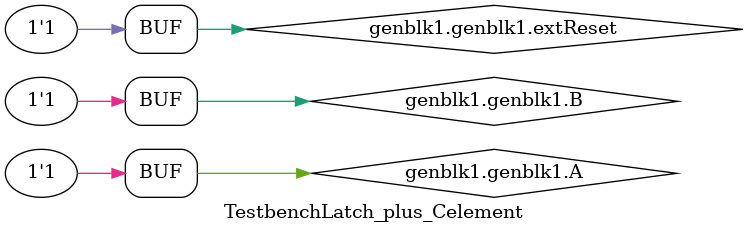
<source format=sv>
`timescale 1ns / 1ps


module TestbenchLatch_plus_Celement(

    );
     parameter i=2;
     
     if( i==1)begin
        reg Enable,Reset,Data;
        wire Q;
        //LatchVerilog Latch_1 (Enable,Reset, Data, Q1);
        //latchDir Latch_2(Q1, ~Enable,Reset, Q2);
        DUT myDUT(Enable,Reset,Data,Q);
      
        initial begin
            Reset=1;
            Enable=1;
            Data=0;
            #100
            Reset<=0;
            #10
            Data<=1;
            #1
            Enable<=0;
            #20
            Enable<=1;
            #3   //ritardo nella linea di collegamento del segnale di enable
            Data<=0;
            #20
            Enable<=0;
            #4
            Data<=1;
            #20
            Enable<=1;
            #3  //ritardo nella linea di collegamento del segnale di enable
            Data<=0;
        end
     end
     
     else if( i==2) begin
        reg A,B,extReset;
        wire C1,C2,C3;
        C_element myCelements(A,B,extReset,C1,C2,C3);
        initial begin
            extReset=0;
            A=0;
            B=0;
            #50
            extReset=1;
            #50;
            A<=1;
            B<=1;
        end
     end
endmodule

</source>
